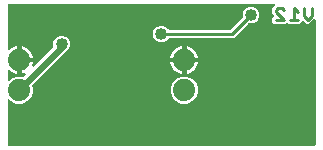
<source format=gbr>
G04 EAGLE Gerber RS-274X export*
G75*
%MOMM*%
%FSLAX34Y34*%
%LPD*%
%INBottom Copper*%
%IPPOS*%
%AMOC8*
5,1,8,0,0,1.08239X$1,22.5*%
G01*
%ADD10C,0.228600*%
%ADD11C,1.879600*%
%ADD12C,1.016000*%
%ADD13C,0.254000*%
%ADD14C,0.609600*%

G36*
X262694Y3057D02*
X262694Y3057D01*
X262752Y3055D01*
X262834Y3077D01*
X262918Y3089D01*
X262971Y3112D01*
X263027Y3127D01*
X263100Y3170D01*
X263177Y3205D01*
X263222Y3243D01*
X263272Y3272D01*
X263330Y3334D01*
X263394Y3388D01*
X263426Y3437D01*
X263466Y3480D01*
X263505Y3555D01*
X263552Y3625D01*
X263569Y3681D01*
X263596Y3733D01*
X263607Y3801D01*
X263637Y3896D01*
X263640Y3996D01*
X263651Y4064D01*
X263651Y109815D01*
X263647Y109844D01*
X263650Y109874D01*
X263627Y109985D01*
X263611Y110097D01*
X263599Y110124D01*
X263594Y110152D01*
X263542Y110253D01*
X263495Y110356D01*
X263476Y110379D01*
X263463Y110405D01*
X263385Y110487D01*
X263312Y110573D01*
X263287Y110589D01*
X263267Y110611D01*
X263169Y110668D01*
X263075Y110731D01*
X263047Y110740D01*
X263022Y110755D01*
X262912Y110782D01*
X262804Y110817D01*
X262774Y110817D01*
X262746Y110825D01*
X262633Y110821D01*
X262520Y110824D01*
X262491Y110817D01*
X262462Y110816D01*
X262354Y110781D01*
X262245Y110752D01*
X262219Y110737D01*
X262191Y110728D01*
X262128Y110683D01*
X262000Y110607D01*
X261957Y110561D01*
X261918Y110533D01*
X258318Y106933D01*
X255687Y106933D01*
X253611Y109010D01*
X253564Y109045D01*
X253524Y109087D01*
X253451Y109130D01*
X253384Y109181D01*
X253329Y109201D01*
X253279Y109231D01*
X253197Y109252D01*
X253118Y109282D01*
X253060Y109287D01*
X253003Y109301D01*
X252919Y109298D01*
X252835Y109305D01*
X252777Y109294D01*
X252719Y109292D01*
X252639Y109266D01*
X252556Y109250D01*
X252504Y109223D01*
X252448Y109205D01*
X252392Y109165D01*
X252304Y109119D01*
X252231Y109050D01*
X252175Y109010D01*
X250099Y106933D01*
X240519Y106933D01*
X240180Y107273D01*
X240133Y107308D01*
X240093Y107350D01*
X240020Y107393D01*
X239952Y107444D01*
X239898Y107464D01*
X239847Y107494D01*
X239766Y107515D01*
X239687Y107545D01*
X239628Y107550D01*
X239572Y107564D01*
X239488Y107561D01*
X239404Y107568D01*
X239346Y107557D01*
X239288Y107555D01*
X239207Y107529D01*
X239125Y107512D01*
X239073Y107485D01*
X239017Y107467D01*
X238961Y107427D01*
X238872Y107381D01*
X238800Y107313D01*
X238744Y107273D01*
X238405Y106933D01*
X228825Y106933D01*
X226965Y108794D01*
X226965Y111424D01*
X228406Y112865D01*
X228441Y112912D01*
X228483Y112952D01*
X228526Y113025D01*
X228577Y113093D01*
X228597Y113147D01*
X228627Y113198D01*
X228648Y113279D01*
X228678Y113358D01*
X228683Y113417D01*
X228697Y113473D01*
X228694Y113557D01*
X228701Y113642D01*
X228690Y113699D01*
X228688Y113757D01*
X228662Y113838D01*
X228646Y113920D01*
X228619Y113972D01*
X228601Y114028D01*
X228561Y114084D01*
X228515Y114173D01*
X228446Y114245D01*
X228406Y114301D01*
X226965Y115742D01*
X226965Y120110D01*
X228404Y121550D01*
X228405Y121550D01*
X229073Y122218D01*
X229090Y122242D01*
X229113Y122261D01*
X229175Y122355D01*
X229244Y122445D01*
X229254Y122473D01*
X229270Y122497D01*
X229304Y122605D01*
X229345Y122711D01*
X229347Y122740D01*
X229356Y122768D01*
X229359Y122882D01*
X229368Y122994D01*
X229363Y123023D01*
X229363Y123052D01*
X229335Y123162D01*
X229312Y123273D01*
X229299Y123299D01*
X229292Y123327D01*
X229234Y123425D01*
X229182Y123525D01*
X229161Y123547D01*
X229146Y123572D01*
X229064Y123649D01*
X228986Y123731D01*
X228960Y123746D01*
X228939Y123766D01*
X228838Y123818D01*
X228740Y123875D01*
X228712Y123882D01*
X228686Y123896D01*
X228609Y123909D01*
X228465Y123945D01*
X228402Y123943D01*
X228355Y123951D01*
X4064Y123951D01*
X4006Y123943D01*
X3948Y123945D01*
X3866Y123923D01*
X3782Y123911D01*
X3729Y123888D01*
X3673Y123873D01*
X3600Y123830D01*
X3523Y123795D01*
X3478Y123757D01*
X3428Y123728D01*
X3370Y123666D01*
X3306Y123612D01*
X3274Y123563D01*
X3234Y123520D01*
X3195Y123445D01*
X3148Y123375D01*
X3131Y123319D01*
X3104Y123267D01*
X3093Y123199D01*
X3063Y123104D01*
X3060Y123004D01*
X3049Y122936D01*
X3049Y85884D01*
X3053Y85855D01*
X3050Y85825D01*
X3073Y85714D01*
X3089Y85602D01*
X3101Y85575D01*
X3106Y85547D01*
X3159Y85446D01*
X3205Y85343D01*
X3224Y85320D01*
X3237Y85294D01*
X3315Y85212D01*
X3388Y85126D01*
X3413Y85109D01*
X3433Y85088D01*
X3531Y85031D01*
X3625Y84968D01*
X3653Y84959D01*
X3678Y84944D01*
X3788Y84917D01*
X3896Y84882D01*
X3925Y84882D01*
X3954Y84874D01*
X4067Y84878D01*
X4180Y84875D01*
X4209Y84882D01*
X4238Y84883D01*
X4346Y84918D01*
X4455Y84947D01*
X4481Y84962D01*
X4509Y84971D01*
X4573Y85017D01*
X4700Y85092D01*
X4743Y85138D01*
X4782Y85166D01*
X4923Y85306D01*
X6443Y86411D01*
X8117Y87264D01*
X9904Y87845D01*
X10669Y87966D01*
X10669Y77216D01*
X10677Y77158D01*
X10675Y77100D01*
X10697Y77018D01*
X10709Y76935D01*
X10733Y76881D01*
X10747Y76825D01*
X10790Y76752D01*
X10825Y76675D01*
X10863Y76631D01*
X10893Y76580D01*
X10954Y76523D01*
X11009Y76458D01*
X11057Y76426D01*
X11100Y76386D01*
X11175Y76347D01*
X11245Y76301D01*
X11301Y76283D01*
X11353Y76256D01*
X11421Y76245D01*
X11516Y76215D01*
X11616Y76212D01*
X11684Y76201D01*
X12701Y76201D01*
X12701Y76199D01*
X11684Y76199D01*
X11626Y76191D01*
X11568Y76192D01*
X11486Y76171D01*
X11403Y76159D01*
X11349Y76135D01*
X11293Y76121D01*
X11220Y76078D01*
X11143Y76043D01*
X11098Y76005D01*
X11048Y75975D01*
X10990Y75914D01*
X10926Y75859D01*
X10894Y75811D01*
X10854Y75768D01*
X10815Y75693D01*
X10769Y75623D01*
X10751Y75567D01*
X10724Y75515D01*
X10713Y75447D01*
X10683Y75352D01*
X10680Y75252D01*
X10669Y75184D01*
X10669Y64434D01*
X9904Y64555D01*
X8117Y65136D01*
X6443Y65989D01*
X4923Y67094D01*
X4782Y67234D01*
X4758Y67252D01*
X4739Y67274D01*
X4645Y67337D01*
X4555Y67405D01*
X4527Y67416D01*
X4503Y67432D01*
X4395Y67466D01*
X4289Y67506D01*
X4260Y67509D01*
X4232Y67518D01*
X4119Y67521D01*
X4006Y67530D01*
X3977Y67524D01*
X3948Y67525D01*
X3838Y67496D01*
X3727Y67474D01*
X3701Y67461D01*
X3673Y67453D01*
X3575Y67395D01*
X3475Y67343D01*
X3453Y67323D01*
X3428Y67308D01*
X3351Y67225D01*
X3269Y67147D01*
X3254Y67122D01*
X3234Y67101D01*
X3182Y67000D01*
X3125Y66902D01*
X3118Y66874D01*
X3104Y66847D01*
X3091Y66770D01*
X3055Y66627D01*
X3057Y66564D01*
X3049Y66516D01*
X3049Y59765D01*
X3053Y59736D01*
X3050Y59707D01*
X3073Y59596D01*
X3089Y59484D01*
X3101Y59457D01*
X3106Y59428D01*
X3159Y59328D01*
X3205Y59224D01*
X3224Y59202D01*
X3237Y59176D01*
X3315Y59094D01*
X3388Y59007D01*
X3413Y58991D01*
X3433Y58970D01*
X3531Y58913D01*
X3625Y58850D01*
X3653Y58841D01*
X3678Y58826D01*
X3788Y58798D01*
X3896Y58764D01*
X3926Y58763D01*
X3954Y58756D01*
X4067Y58760D01*
X4180Y58757D01*
X4209Y58764D01*
X4238Y58765D01*
X4346Y58800D01*
X4455Y58828D01*
X4481Y58843D01*
X4509Y58852D01*
X4573Y58898D01*
X4700Y58974D01*
X4743Y59019D01*
X4782Y59047D01*
X6225Y60491D01*
X10426Y62231D01*
X14974Y62231D01*
X15741Y61913D01*
X15743Y61912D01*
X15744Y61912D01*
X15876Y61878D01*
X16017Y61842D01*
X16018Y61842D01*
X16020Y61842D01*
X16161Y61846D01*
X16301Y61850D01*
X16302Y61850D01*
X16304Y61851D01*
X16441Y61895D01*
X16571Y61937D01*
X16573Y61938D01*
X16574Y61938D01*
X16587Y61947D01*
X16808Y62095D01*
X16827Y62118D01*
X16848Y62133D01*
X18096Y63382D01*
X18124Y63419D01*
X18158Y63450D01*
X18209Y63532D01*
X18267Y63609D01*
X18284Y63652D01*
X18308Y63691D01*
X18334Y63784D01*
X18369Y63875D01*
X18372Y63921D01*
X18385Y63965D01*
X18384Y64062D01*
X18392Y64158D01*
X18383Y64203D01*
X18383Y64249D01*
X18355Y64342D01*
X18336Y64437D01*
X18315Y64478D01*
X18302Y64522D01*
X18250Y64603D01*
X18205Y64689D01*
X18173Y64722D01*
X18148Y64761D01*
X18076Y64825D01*
X18009Y64895D01*
X17970Y64918D01*
X17935Y64949D01*
X17847Y64990D01*
X17764Y65039D01*
X17719Y65050D01*
X17678Y65070D01*
X17582Y65085D01*
X17489Y65109D01*
X17443Y65107D01*
X17397Y65115D01*
X17322Y65104D01*
X17204Y65100D01*
X17125Y65074D01*
X17065Y65065D01*
X15496Y64555D01*
X14731Y64434D01*
X14731Y74169D01*
X24466Y74169D01*
X24345Y73404D01*
X23835Y71835D01*
X23827Y71790D01*
X23810Y71747D01*
X23802Y71650D01*
X23786Y71555D01*
X23791Y71509D01*
X23787Y71463D01*
X23806Y71369D01*
X23816Y71273D01*
X23834Y71230D01*
X23843Y71184D01*
X23887Y71099D01*
X23924Y71009D01*
X23953Y70973D01*
X23974Y70932D01*
X24040Y70862D01*
X24100Y70786D01*
X24138Y70760D01*
X24170Y70726D01*
X24253Y70677D01*
X24331Y70621D01*
X24375Y70606D01*
X24415Y70582D01*
X24508Y70559D01*
X24599Y70526D01*
X24646Y70524D01*
X24690Y70512D01*
X24787Y70515D01*
X24883Y70510D01*
X24928Y70520D01*
X24974Y70521D01*
X25066Y70551D01*
X25161Y70572D01*
X25201Y70595D01*
X25245Y70609D01*
X25306Y70652D01*
X25410Y70709D01*
X25469Y70768D01*
X25518Y70804D01*
X41558Y86844D01*
X41559Y86845D01*
X41561Y86846D01*
X41645Y86959D01*
X41729Y87071D01*
X41730Y87072D01*
X41731Y87073D01*
X41781Y87205D01*
X41830Y87336D01*
X41831Y87338D01*
X41831Y87339D01*
X41843Y87484D01*
X41854Y87620D01*
X41854Y87621D01*
X41854Y87623D01*
X41850Y87638D01*
X41798Y87898D01*
X41784Y87926D01*
X41778Y87950D01*
X41655Y88247D01*
X41655Y91077D01*
X42738Y93691D01*
X44739Y95692D01*
X47353Y96775D01*
X50183Y96775D01*
X52797Y95692D01*
X54798Y93691D01*
X55881Y91077D01*
X55881Y88247D01*
X54798Y85633D01*
X52793Y83628D01*
X52792Y83628D01*
X52728Y83582D01*
X52603Y83509D01*
X52558Y83462D01*
X52518Y83433D01*
X51503Y82418D01*
X24033Y54948D01*
X24032Y54946D01*
X24031Y54945D01*
X23944Y54830D01*
X23862Y54720D01*
X23861Y54719D01*
X23860Y54718D01*
X23811Y54586D01*
X23761Y54455D01*
X23761Y54453D01*
X23760Y54452D01*
X23749Y54313D01*
X23737Y54171D01*
X23738Y54170D01*
X23737Y54168D01*
X23741Y54154D01*
X23793Y53893D01*
X23807Y53866D01*
X23813Y53841D01*
X24131Y53074D01*
X24131Y48526D01*
X22390Y44325D01*
X19175Y41110D01*
X14974Y39369D01*
X10426Y39369D01*
X6225Y41109D01*
X4782Y42553D01*
X4758Y42570D01*
X4739Y42593D01*
X4645Y42655D01*
X4555Y42724D01*
X4527Y42734D01*
X4503Y42750D01*
X4395Y42784D01*
X4289Y42825D01*
X4260Y42827D01*
X4232Y42836D01*
X4118Y42839D01*
X4006Y42848D01*
X3977Y42843D01*
X3948Y42843D01*
X3838Y42815D01*
X3727Y42792D01*
X3701Y42779D01*
X3673Y42772D01*
X3575Y42714D01*
X3475Y42661D01*
X3453Y42641D01*
X3428Y42626D01*
X3351Y42544D01*
X3269Y42466D01*
X3254Y42440D01*
X3234Y42419D01*
X3182Y42318D01*
X3125Y42220D01*
X3118Y42192D01*
X3104Y42166D01*
X3091Y42088D01*
X3055Y41945D01*
X3057Y41882D01*
X3049Y41835D01*
X3049Y4064D01*
X3057Y4006D01*
X3055Y3948D01*
X3077Y3866D01*
X3089Y3782D01*
X3112Y3729D01*
X3127Y3673D01*
X3170Y3600D01*
X3205Y3523D01*
X3243Y3478D01*
X3272Y3428D01*
X3334Y3370D01*
X3388Y3306D01*
X3437Y3274D01*
X3480Y3234D01*
X3555Y3195D01*
X3625Y3148D01*
X3681Y3131D01*
X3733Y3104D01*
X3801Y3093D01*
X3896Y3063D01*
X3996Y3060D01*
X4064Y3049D01*
X262636Y3049D01*
X262694Y3057D01*
G37*
%LPC*%
G36*
X131681Y91185D02*
X131681Y91185D01*
X129067Y92268D01*
X127066Y94269D01*
X125983Y96883D01*
X125983Y99713D01*
X127066Y102327D01*
X129067Y104328D01*
X131681Y105411D01*
X134511Y105411D01*
X137125Y104328D01*
X139126Y102327D01*
X139167Y102227D01*
X139168Y102226D01*
X139168Y102225D01*
X139240Y102104D01*
X139312Y101983D01*
X139313Y101982D01*
X139314Y101980D01*
X139418Y101883D01*
X139518Y101787D01*
X139520Y101787D01*
X139521Y101786D01*
X139647Y101721D01*
X139771Y101657D01*
X139773Y101657D01*
X139774Y101656D01*
X139789Y101654D01*
X140050Y101602D01*
X140080Y101605D01*
X140105Y101601D01*
X191251Y101601D01*
X191338Y101613D01*
X191425Y101616D01*
X191478Y101633D01*
X191533Y101641D01*
X191613Y101676D01*
X191696Y101703D01*
X191735Y101731D01*
X191792Y101757D01*
X191906Y101853D01*
X191969Y101898D01*
X201750Y111679D01*
X201751Y111680D01*
X201753Y111681D01*
X201837Y111795D01*
X201921Y111906D01*
X201922Y111908D01*
X201923Y111909D01*
X201972Y112039D01*
X202023Y112172D01*
X202023Y112174D01*
X202023Y112175D01*
X202034Y112314D01*
X202046Y112455D01*
X202046Y112457D01*
X202046Y112459D01*
X202043Y112473D01*
X201990Y112734D01*
X201976Y112761D01*
X201970Y112786D01*
X201929Y112885D01*
X201929Y115715D01*
X203012Y118329D01*
X205013Y120330D01*
X207627Y121413D01*
X210457Y121413D01*
X213071Y120330D01*
X215072Y118329D01*
X216155Y115715D01*
X216155Y112885D01*
X215072Y110271D01*
X213071Y108270D01*
X210457Y107187D01*
X207627Y107187D01*
X207528Y107228D01*
X207526Y107229D01*
X207525Y107230D01*
X207389Y107264D01*
X207252Y107299D01*
X207251Y107299D01*
X207249Y107300D01*
X207108Y107295D01*
X206968Y107291D01*
X206967Y107291D01*
X206965Y107291D01*
X206834Y107248D01*
X206697Y107205D01*
X206696Y107204D01*
X206695Y107203D01*
X206683Y107195D01*
X206461Y107046D01*
X206442Y107023D01*
X206421Y107008D01*
X194408Y94995D01*
X140105Y94995D01*
X140104Y94995D01*
X140102Y94995D01*
X139963Y94975D01*
X139824Y94955D01*
X139822Y94955D01*
X139821Y94955D01*
X139695Y94898D01*
X139564Y94839D01*
X139563Y94838D01*
X139562Y94837D01*
X139454Y94746D01*
X139347Y94656D01*
X139346Y94654D01*
X139345Y94653D01*
X139337Y94640D01*
X139190Y94419D01*
X139180Y94390D01*
X139167Y94369D01*
X139126Y94269D01*
X137125Y92268D01*
X134511Y91185D01*
X131681Y91185D01*
G37*
%LPD*%
%LPC*%
G36*
X150126Y39369D02*
X150126Y39369D01*
X145925Y41110D01*
X142710Y44325D01*
X140969Y48526D01*
X140969Y53074D01*
X142710Y57275D01*
X145925Y60490D01*
X150126Y62231D01*
X154674Y62231D01*
X158875Y60490D01*
X162090Y57275D01*
X163831Y53074D01*
X163831Y48526D01*
X162090Y44325D01*
X158875Y41110D01*
X154674Y39369D01*
X150126Y39369D01*
G37*
%LPD*%
%LPC*%
G36*
X14731Y78231D02*
X14731Y78231D01*
X14731Y87966D01*
X15496Y87845D01*
X17283Y87264D01*
X18957Y86411D01*
X20478Y85306D01*
X21806Y83978D01*
X22911Y82457D01*
X23764Y80783D01*
X24345Y78996D01*
X24466Y78231D01*
X14731Y78231D01*
G37*
%LPD*%
%LPC*%
G36*
X154431Y78231D02*
X154431Y78231D01*
X154431Y87966D01*
X155196Y87845D01*
X156983Y87264D01*
X158657Y86411D01*
X160178Y85306D01*
X161506Y83978D01*
X162611Y82457D01*
X163464Y80783D01*
X164045Y78996D01*
X164166Y78231D01*
X154431Y78231D01*
G37*
%LPD*%
%LPC*%
G36*
X140634Y78231D02*
X140634Y78231D01*
X140755Y78996D01*
X141336Y80783D01*
X142189Y82457D01*
X143294Y83978D01*
X144622Y85306D01*
X146143Y86411D01*
X147817Y87264D01*
X149604Y87845D01*
X150369Y87966D01*
X150369Y78231D01*
X140634Y78231D01*
G37*
%LPD*%
%LPC*%
G36*
X154431Y74169D02*
X154431Y74169D01*
X164166Y74169D01*
X164045Y73404D01*
X163464Y71617D01*
X162611Y69943D01*
X161506Y68422D01*
X160178Y67094D01*
X158657Y65989D01*
X156983Y65136D01*
X155196Y64555D01*
X154431Y64434D01*
X154431Y74169D01*
G37*
%LPD*%
%LPC*%
G36*
X149604Y64555D02*
X149604Y64555D01*
X147817Y65136D01*
X146143Y65989D01*
X144622Y67094D01*
X143294Y68422D01*
X142189Y69943D01*
X141336Y71617D01*
X140755Y73404D01*
X140634Y74169D01*
X150369Y74169D01*
X150369Y64434D01*
X149604Y64555D01*
G37*
%LPD*%
%LPC*%
G36*
X152399Y76199D02*
X152399Y76199D01*
X152399Y76201D01*
X152401Y76201D01*
X152401Y76199D01*
X152399Y76199D01*
G37*
%LPD*%
D10*
X260477Y120532D02*
X260477Y113583D01*
X257003Y110109D01*
X253528Y113583D01*
X253528Y120532D01*
X248783Y117058D02*
X245309Y120532D01*
X245309Y110109D01*
X248783Y110109D02*
X241834Y110109D01*
X237089Y110109D02*
X230140Y110109D01*
X237089Y110109D02*
X230140Y117058D01*
X230140Y118795D01*
X231878Y120532D01*
X235352Y120532D01*
X237089Y118795D01*
D11*
X12700Y76200D03*
X12700Y50800D03*
X152400Y76200D03*
X152400Y50800D03*
D12*
X133096Y98298D03*
X209042Y114300D03*
D13*
X193040Y98298D02*
X133096Y98298D01*
X193040Y98298D02*
X209042Y114300D01*
D12*
X87122Y75946D03*
X100076Y76200D03*
D14*
X48768Y86868D02*
X12700Y50800D01*
D12*
X48768Y89662D03*
D14*
X48768Y86868D01*
M02*

</source>
